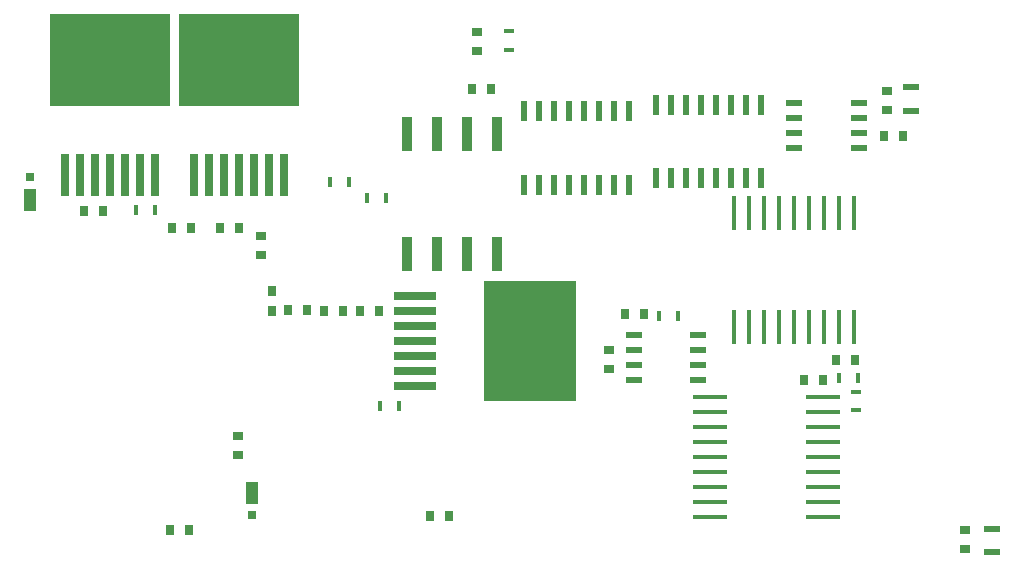
<source format=gbr>
G04 EasyPC Gerber Version 21.0.3 Build 4286 *
G04 #@! TF.Part,Single*
G04 #@! TF.FileFunction,Paste,Top *
G04 #@! TF.FilePolarity,Positive *
%FSLAX35Y35*%
%MOIN*%
G04 #@! TA.AperFunction,SMDPad*
%ADD151R,0.01726X0.03301*%
%ADD144R,0.01765X0.11411*%
%ADD146R,0.02159X0.06883*%
%ADD152R,0.02750X0.03537*%
%ADD149R,0.02750X0.14167*%
%ADD107R,0.03143X0.03537*%
%ADD150R,0.03537X0.11411*%
%ADD114R,0.03931X0.07474*%
%ADD111R,0.31096X0.39954*%
%ADD115R,0.02750X0.02750*%
%ADD145R,0.03301X0.01726*%
%ADD143R,0.11411X0.01765*%
%ADD116R,0.05387X0.02041*%
%ADD147R,0.05702X0.02356*%
%ADD148R,0.14167X0.02750*%
%ADD108R,0.03537X0.03143*%
%ADD113R,0.39954X0.31096*%
X0Y0D02*
D02*
D107*
X32486Y124312D03*
X38785D03*
X61069Y17731D03*
X62014Y118479D03*
X67368Y17731D03*
X68313Y118479D03*
X77841D03*
X84140D03*
X100644Y91062D03*
X106943D03*
X112644Y90812D03*
X118943D03*
X124644D03*
X130943D03*
X147880Y22456D03*
X154179D03*
X161935Y164778D03*
X168234D03*
X212841Y89778D03*
X219140D03*
X272486Y67692D03*
X278785D03*
X283116Y74424D03*
X289415D03*
X299144Y149312D03*
X305443D03*
D02*
D108*
X83707Y42928D03*
Y49227D03*
X91384Y109660D03*
Y115959D03*
X163543Y177412D03*
Y183711D03*
X207604Y71629D03*
Y77928D03*
X300043Y157912D03*
Y164211D03*
X326293Y11662D03*
Y17961D03*
D02*
D111*
X181345Y80684D03*
D02*
D113*
X41305Y174424D03*
X84061D03*
D02*
D114*
X14612Y127967D03*
X88431Y30330D03*
D02*
D115*
X14612Y135448D03*
X88431Y22849D03*
D02*
D116*
X308293Y157625D03*
Y165499D03*
X335043Y10375D03*
Y18249D03*
D02*
D143*
X241043Y22062D03*
Y27062D03*
Y32062D03*
Y37062D03*
Y42062D03*
Y47062D03*
Y52062D03*
Y57062D03*
Y62062D03*
X278839Y22062D03*
Y27062D03*
Y32062D03*
Y37062D03*
Y42062D03*
Y47062D03*
Y52062D03*
Y57062D03*
Y62062D03*
D02*
D144*
X249219Y85644D03*
Y123440D03*
X254219Y85644D03*
Y123440D03*
X259219Y85644D03*
Y123440D03*
X264219Y85644D03*
Y123440D03*
X269219Y85644D03*
Y123440D03*
X274219Y85644D03*
Y123440D03*
X279219Y85644D03*
Y123440D03*
X284219Y85644D03*
Y123440D03*
X289219Y85644D03*
Y123440D03*
D02*
D145*
X174293Y177912D03*
Y184211D03*
X289809Y57692D03*
Y63991D03*
D02*
D146*
X179238Y132869D03*
Y157475D03*
X184238Y132869D03*
Y157475D03*
X189238Y132869D03*
Y157475D03*
X194238Y132869D03*
Y157475D03*
X199238Y132869D03*
Y157475D03*
X204238Y132869D03*
Y157475D03*
X209238Y132869D03*
Y157475D03*
X214238Y132869D03*
Y157475D03*
X223293Y135009D03*
Y159615D03*
X228293Y135009D03*
Y159615D03*
X233293Y135009D03*
Y159615D03*
X238293Y135009D03*
Y159615D03*
X243293Y135009D03*
Y159615D03*
X248293Y135009D03*
Y159615D03*
X253293Y135009D03*
Y159615D03*
X258293Y135009D03*
Y159615D03*
D02*
D147*
X215774Y67987D03*
Y72987D03*
Y77987D03*
Y82987D03*
X237230Y67987D03*
Y72987D03*
Y77987D03*
Y82987D03*
X269315Y145062D03*
Y150062D03*
Y155062D03*
Y160062D03*
X290772Y145062D03*
Y150062D03*
Y155062D03*
Y160062D03*
D02*
D148*
X142959Y65684D03*
Y70684D03*
Y75684D03*
Y80684D03*
Y85684D03*
Y90684D03*
Y95684D03*
D02*
D149*
X26305Y136038D03*
X31305D03*
X36305D03*
X41305D03*
X46305D03*
X51305D03*
X56305D03*
X69061D03*
X74061D03*
X79061D03*
X84061D03*
X89061D03*
X94061D03*
X99061D03*
D02*
D150*
X140085Y109896D03*
Y149896D03*
X150085Y109896D03*
Y149896D03*
X160085Y109896D03*
Y149896D03*
X170085Y109896D03*
Y149896D03*
D02*
D151*
X49967Y124562D03*
X56266D03*
X114644Y133812D03*
X120943D03*
X126738Y128400D03*
X131344Y59070D03*
X133037Y128400D03*
X137644Y59070D03*
X224061Y89188D03*
X230360D03*
X284297Y68519D03*
X290596D03*
D02*
D152*
X95043Y90965D03*
Y97658D03*
X0Y0D02*
M02*

</source>
